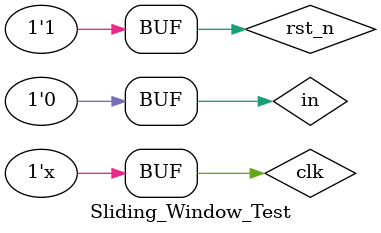
<source format=v>
module Sliding_Window_Test;

reg clk, rst_n, in;
wire dec;

wire [2:0] test_state;
Sliding_Window_Sequence_Detector m1(clk, rst_n, in, dec, test_state);

always #5 clk = ~clk;

initial begin
    clk = 1'b1;
    rst_n = 1'b0;
    in = 1'b0;

    #5
    rst_n = 1'b1;
    in = 1'b1;
    #10
    in = 1'b1;
    #10
    in = 1'b1;
    #10
    in = 1'b0;
    #10
    in = 1'b0;
    #10
    in = 1'b1;
    #10
    in = 1'b1;
    #10
    in = 1'b1;
    #10
    in = 1'b1;
    #10
    in = 1'b0;
    #10
    in = 1'b0;
    #10
    in = 1'b1;
    #10
    in = 1'b0;
    #10
    in = 1'b1;
    #10
    in = 1'b1;
    #10
    in = 1'b1;
    #10
    in = 1'b0;

end
endmodule
</source>
